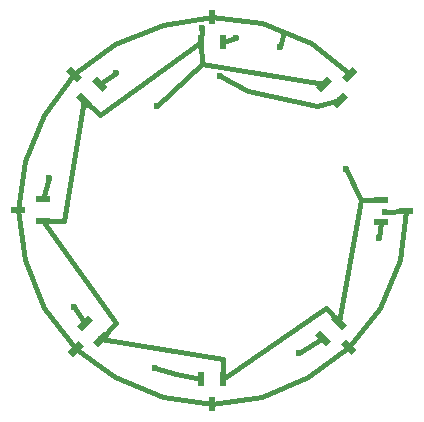
<source format=gtl>
G04 #@! TF.GenerationSoftware,KiCad,Pcbnew,5.0.2-bee76a0~70~ubuntu18.04.1*
G04 #@! TF.CreationDate,2019-03-10T21:03:06-07:00*
G04 #@! TF.ProjectId,sense_pcb,73656e73-655f-4706-9362-2e6b69636164,rev?*
G04 #@! TF.SameCoordinates,Original*
G04 #@! TF.FileFunction,Copper,L1,Top*
G04 #@! TF.FilePolarity,Positive*
%FSLAX46Y46*%
G04 Gerber Fmt 4.6, Leading zero omitted, Abs format (unit mm)*
G04 Created by KiCad (PCBNEW 5.0.2-bee76a0~70~ubuntu18.04.1) date Sun 10 Mar 2019 09:03:06 PM PDT*
%MOMM*%
%LPD*%
G01*
G04 APERTURE LIST*
G04 #@! TA.AperFunction,SMDPad,CuDef*
%ADD10C,0.600000*%
G04 #@! TD*
G04 #@! TA.AperFunction,Conductor*
%ADD11C,0.100000*%
G04 #@! TD*
G04 #@! TA.AperFunction,SMDPad,CuDef*
%ADD12R,0.600000X1.300000*%
G04 #@! TD*
G04 #@! TA.AperFunction,SMDPad,CuDef*
%ADD13R,1.300000X0.600000*%
G04 #@! TD*
G04 #@! TA.AperFunction,ViaPad*
%ADD14C,0.600000*%
G04 #@! TD*
G04 #@! TA.AperFunction,Conductor*
%ADD15C,0.450000*%
G04 #@! TD*
G04 APERTURE END LIST*
D10*
G04 #@! TO.P,U1,3*
G04 #@! TO.N,GND*
X243967000Y-92837000D03*
D11*
G04 #@! TD*
G04 #@! TO.N,GND*
G04 #@! TO.C,U1*
G36*
X243295249Y-92589513D02*
X243719513Y-92165249D01*
X244638751Y-93084487D01*
X244214487Y-93508751D01*
X243295249Y-92589513D01*
X243295249Y-92589513D01*
G37*
D10*
G04 #@! TO.P,U1,2*
G04 #@! TO.N,Net-(U1-Pad2)*
X241810324Y-92023827D03*
D11*
G04 #@! TD*
G04 #@! TO.N,Net-(U1-Pad2)*
G04 #@! TO.C,U1*
G36*
X241138573Y-91776340D02*
X241562837Y-91352076D01*
X242482075Y-92271314D01*
X242057811Y-92695578D01*
X241138573Y-91776340D01*
X241138573Y-91776340D01*
G37*
D10*
G04 #@! TO.P,U1,1*
G04 #@! TO.N,VCC*
X243153827Y-90680324D03*
D11*
G04 #@! TD*
G04 #@! TO.N,VCC*
G04 #@! TO.C,U1*
G36*
X242482076Y-90432837D02*
X242906340Y-90008573D01*
X243825578Y-90927811D01*
X243401314Y-91352075D01*
X242482076Y-90432837D01*
X242482076Y-90432837D01*
G37*
D12*
G04 #@! TO.P,U2,3*
G04 #@! TO.N,GND*
X232410000Y-97663000D03*
G04 #@! TO.P,U2,2*
G04 #@! TO.N,Net-(U2-Pad2)*
X231460000Y-95563000D03*
G04 #@! TO.P,U2,1*
G04 #@! TO.N,VCC*
X233360000Y-95563000D03*
G04 #@! TD*
D10*
G04 #@! TO.P,U3,3*
G04 #@! TO.N,GND*
X220853000Y-92964000D03*
D11*
G04 #@! TD*
G04 #@! TO.N,GND*
G04 #@! TO.C,U3*
G36*
X221100487Y-92292249D02*
X221524751Y-92716513D01*
X220605513Y-93635751D01*
X220181249Y-93211487D01*
X221100487Y-92292249D01*
X221100487Y-92292249D01*
G37*
D10*
G04 #@! TO.P,U3,2*
G04 #@! TO.N,Net-(U3-Pad2)*
X221666173Y-90807324D03*
D11*
G04 #@! TD*
G04 #@! TO.N,Net-(U3-Pad2)*
G04 #@! TO.C,U3*
G36*
X221913660Y-90135573D02*
X222337924Y-90559837D01*
X221418686Y-91479075D01*
X220994422Y-91054811D01*
X221913660Y-90135573D01*
X221913660Y-90135573D01*
G37*
D10*
G04 #@! TO.P,U3,1*
G04 #@! TO.N,VCC*
X223009676Y-92150827D03*
D11*
G04 #@! TD*
G04 #@! TO.N,VCC*
G04 #@! TO.C,U3*
G36*
X223257163Y-91479076D02*
X223681427Y-91903340D01*
X222762189Y-92822578D01*
X222337925Y-92398314D01*
X223257163Y-91479076D01*
X223257163Y-91479076D01*
G37*
D13*
G04 #@! TO.P,U4,3*
G04 #@! TO.N,GND*
X248827000Y-81280000D03*
G04 #@! TO.P,U4,2*
G04 #@! TO.N,Net-(U4-Pad2)*
X246726999Y-82230000D03*
G04 #@! TO.P,U4,1*
G04 #@! TO.N,VCC*
X246726999Y-80330000D03*
G04 #@! TD*
D12*
G04 #@! TO.P,U6,3*
G04 #@! TO.N,GND*
X232410000Y-64897000D03*
G04 #@! TO.P,U6,2*
G04 #@! TO.N,Net-(U5-Pad4)*
X233360000Y-66997001D03*
G04 #@! TO.P,U6,1*
G04 #@! TO.N,VCC*
X231460000Y-66997001D03*
G04 #@! TD*
D10*
G04 #@! TO.P,U7,3*
G04 #@! TO.N,GND*
X220726000Y-69723000D03*
D11*
G04 #@! TD*
G04 #@! TO.N,GND*
G04 #@! TO.C,U7*
G36*
X221397751Y-69970487D02*
X220973487Y-70394751D01*
X220054249Y-69475513D01*
X220478513Y-69051249D01*
X221397751Y-69970487D01*
X221397751Y-69970487D01*
G37*
D10*
G04 #@! TO.P,U7,2*
G04 #@! TO.N,Net-(U5-Pad2)*
X222882676Y-70536173D03*
D11*
G04 #@! TD*
G04 #@! TO.N,Net-(U5-Pad2)*
G04 #@! TO.C,U7*
G36*
X223554427Y-70783660D02*
X223130163Y-71207924D01*
X222210925Y-70288686D01*
X222635189Y-69864422D01*
X223554427Y-70783660D01*
X223554427Y-70783660D01*
G37*
D10*
G04 #@! TO.P,U7,1*
G04 #@! TO.N,VCC*
X221539173Y-71879676D03*
D11*
G04 #@! TD*
G04 #@! TO.N,VCC*
G04 #@! TO.C,U7*
G36*
X222210924Y-72127163D02*
X221786660Y-72551427D01*
X220867422Y-71632189D01*
X221291686Y-71207925D01*
X222210924Y-72127163D01*
X222210924Y-72127163D01*
G37*
D10*
G04 #@! TO.P,U8,3*
G04 #@! TO.N,GND*
X244074462Y-69742538D03*
D11*
G04 #@! TD*
G04 #@! TO.N,GND*
G04 #@! TO.C,U8*
G36*
X243826975Y-70414289D02*
X243402711Y-69990025D01*
X244321949Y-69070787D01*
X244746213Y-69495051D01*
X243826975Y-70414289D01*
X243826975Y-70414289D01*
G37*
D10*
G04 #@! TO.P,U8,2*
G04 #@! TO.N,Net-(U5-Pad5)*
X243261289Y-71899214D03*
D11*
G04 #@! TD*
G04 #@! TO.N,Net-(U5-Pad5)*
G04 #@! TO.C,U8*
G36*
X243013802Y-72570965D02*
X242589538Y-72146701D01*
X243508776Y-71227463D01*
X243933040Y-71651727D01*
X243013802Y-72570965D01*
X243013802Y-72570965D01*
G37*
D10*
G04 #@! TO.P,U8,1*
G04 #@! TO.N,VCC*
X241917786Y-70555711D03*
D11*
G04 #@! TD*
G04 #@! TO.N,VCC*
G04 #@! TO.C,U8*
G36*
X241670299Y-71227462D02*
X241246035Y-70803198D01*
X242165273Y-69883960D01*
X242589537Y-70308224D01*
X241670299Y-71227462D01*
X241670299Y-71227462D01*
G37*
D13*
G04 #@! TO.P,U9,3*
G04 #@! TO.N,GND*
X215958999Y-81219000D03*
G04 #@! TO.P,U9,2*
G04 #@! TO.N,Net-(U5-Pad1)*
X218059000Y-80269000D03*
G04 #@! TO.P,U9,1*
G04 #@! TO.N,VCC*
X218059000Y-82169000D03*
G04 #@! TD*
D14*
G04 #@! TO.N,VCC*
X231521000Y-65786000D03*
X243713000Y-77756000D03*
X227711000Y-72390000D03*
G04 #@! TO.N,GND*
X238125000Y-67437000D03*
X247015000Y-81407000D03*
G04 #@! TO.N,Net-(U1-Pad2)*
X239776000Y-93345000D03*
G04 #@! TO.N,Net-(U2-Pad2)*
X227584000Y-94615000D03*
G04 #@! TO.N,Net-(U3-Pad2)*
X220726000Y-89408000D03*
G04 #@! TO.N,Net-(U4-Pad2)*
X246507000Y-83566000D03*
G04 #@! TO.N,Net-(U5-Pad5)*
X233045000Y-69850000D03*
G04 #@! TO.N,Net-(U5-Pad4)*
X234442000Y-66675000D03*
G04 #@! TO.N,Net-(U5-Pad2)*
X224282000Y-69596000D03*
G04 #@! TO.N,Net-(U5-Pad1)*
X218567000Y-78486000D03*
G04 #@! TD*
D15*
G04 #@! TO.N,VCC*
X233360000Y-95563000D02*
X242062000Y-89535000D01*
X242062000Y-89535000D02*
X243153827Y-90680324D01*
X223009676Y-92150827D02*
X233299000Y-93853000D01*
X233299000Y-93853000D02*
X233360000Y-95563000D01*
X218059000Y-82169000D02*
X224282000Y-90805000D01*
X224282000Y-90805000D02*
X223009676Y-92150827D01*
X221539173Y-71879676D02*
X219837000Y-82169000D01*
X219837000Y-82169000D02*
X218059000Y-82169000D01*
X243153827Y-90680324D02*
X244983000Y-80391000D01*
X244983000Y-80391000D02*
X246726999Y-80330000D01*
X231460000Y-66997001D02*
X222885000Y-73152000D01*
X222885000Y-73152000D02*
X221539173Y-71879676D01*
X241917786Y-70555711D02*
X231521000Y-68834000D01*
X231521000Y-68834000D02*
X231460000Y-66997001D01*
X231460000Y-66997001D02*
X231521000Y-65786000D01*
X244983000Y-80391000D02*
X243713000Y-77756000D01*
X227711000Y-72390000D02*
X231521000Y-68834000D01*
G04 #@! TO.N,GND*
X232410000Y-97663000D02*
X236601000Y-97028000D01*
X236601000Y-97028000D02*
X240538000Y-95377000D01*
X240538000Y-95377000D02*
X243967000Y-92837000D01*
X232410000Y-97663000D02*
X228219000Y-97028000D01*
X228219000Y-97028000D02*
X224155000Y-95377000D01*
X224155000Y-95377000D02*
X220853000Y-92964000D01*
X220853000Y-92964000D02*
X218186000Y-89535000D01*
X218186000Y-89535000D02*
X216535000Y-85471000D01*
X216535000Y-85471000D02*
X215958999Y-81219000D01*
X215958999Y-81219000D02*
X216535000Y-77089000D01*
X216535000Y-77089000D02*
X218186000Y-73152000D01*
X218186000Y-73152000D02*
X220726000Y-69723000D01*
X220726000Y-69723000D02*
X224155000Y-67183000D01*
X224155000Y-67183000D02*
X228219000Y-65532000D01*
X228219000Y-65532000D02*
X232410000Y-64897000D01*
X232410000Y-64897000D02*
X236601000Y-65405000D01*
X240792000Y-67056000D02*
X244074462Y-69742538D01*
X243967000Y-92837000D02*
X246634000Y-89535000D01*
X246634000Y-89535000D02*
X248285000Y-85471000D01*
X248285000Y-85471000D02*
X248827000Y-81280000D01*
X238506000Y-66155455D02*
X238125000Y-67437000D01*
X238506000Y-66155455D02*
X240792000Y-67056000D01*
X236601000Y-65405000D02*
X238506000Y-66155455D01*
X248827000Y-81280000D02*
X247015000Y-81407000D01*
G04 #@! TO.N,Net-(U1-Pad2)*
X241810324Y-92023827D02*
X239776000Y-93345000D01*
G04 #@! TO.N,Net-(U2-Pad2)*
X231460000Y-95563000D02*
X229362000Y-95123000D01*
X229362000Y-95123000D02*
X227584000Y-94615000D01*
G04 #@! TO.N,Net-(U3-Pad2)*
X221666173Y-90807324D02*
X220726000Y-89408000D01*
G04 #@! TO.N,Net-(U4-Pad2)*
X246726999Y-82230000D02*
X246507000Y-83566000D01*
G04 #@! TO.N,Net-(U5-Pad5)*
X243261289Y-71899214D02*
X241300000Y-72390000D01*
X241300000Y-72390000D02*
X235458000Y-71120000D01*
X235458000Y-71120000D02*
X233045000Y-69850000D01*
G04 #@! TO.N,Net-(U5-Pad4)*
X233360000Y-66997001D02*
X234442000Y-66675000D01*
G04 #@! TO.N,Net-(U5-Pad2)*
X224282000Y-69596000D02*
X222882676Y-70536173D01*
G04 #@! TO.N,Net-(U5-Pad1)*
X218567000Y-78486000D02*
X218059000Y-80269000D01*
G04 #@! TD*
M02*

</source>
